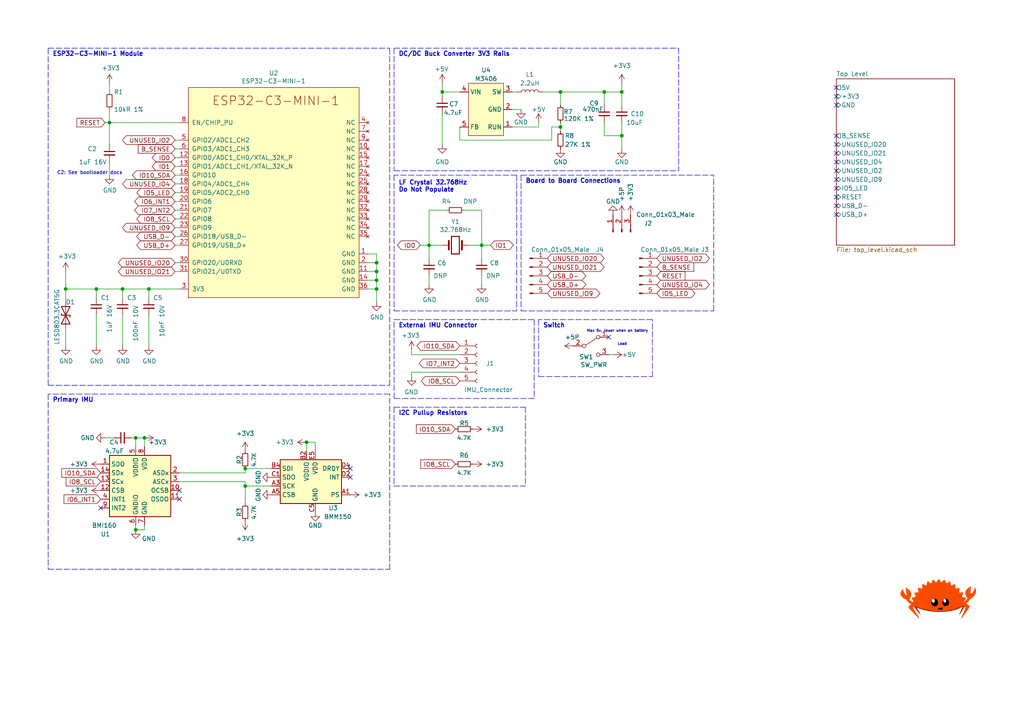
<source format=kicad_sch>
(kicad_sch (version 20211123) (generator eeschema)
  (paper "A4")
  (title_block (title "18650_Slime") (date "2022-12-07") (rev "V0.1.3") (company "gitlab.com/wigwagwent/18650_slime") (comment 1 "Licensed under CERN-OHL-P v2 or later") (comment 2 "For use with SlimeVR and made with <3"))
  (lib_symbols
    (symbol "Connector:Conn_01x03_Male" (pin_names (offset 1.016) hide)
      (property "Reference" "J" (at 0 5.08 0))
      (property "Value" "Conn_01x03_Male" (at 0 -5.08 0))
      (symbol "Conn_01x03_Male_1_1"
        (polyline (pts (xy 1.27 -2.54) (xy 0.8636 -2.54)) (stroke (width 0.1524)))
        (polyline (pts (xy 1.27 0) (xy 0.8636 0)) (stroke (width 0.1524)))
        (polyline (pts (xy 1.27 2.54) (xy 0.8636 2.54)) (stroke (width 0.1524)))
        (rectangle (start 0.8636 -2.413) (end 0 -2.667) (stroke (width 0.1524)) (fill (type outline)))
        (rectangle (start 0.8636 0.127) (end 0 -0.127) (stroke (width 0.1524)) (fill (type outline)))
        (rectangle (start 0.8636 2.667) (end 0 2.413) (stroke (width 0.1524)) (fill (type outline)))
        (pin passive line (at 5.08 2.54 180) (length 3.81) (name "Pin_1") (number "1"))
        (pin passive line (at 5.08 0 180) (length 3.81) (name "Pin_2") (number "2"))
        (pin passive line (at 5.08 -2.54 180) (length 3.81) (name "Pin_3") (number "3"))
      )
    )
    (symbol "Connector:Conn_01x05_Female" (pin_names (offset 1.016) hide)
      (property "Reference" "J" (at 0 7.62 0))
      (property "Value" "Conn_01x05_Female" (at 0 -7.62 0))
      (symbol "Conn_01x05_Female_1_1"
        (arc (start 0 -4.572) (mid -0.508 -5.08) (end 0 -5.588) (stroke (width 0.1524)))
        (arc (start 0 -2.032) (mid -0.508 -2.54) (end 0 -3.048) (stroke (width 0.1524)))
        (polyline (pts (xy -1.27 -5.08) (xy -0.508 -5.08)) (stroke (width 0.1524)))
        (polyline (pts (xy -1.27 -2.54) (xy -0.508 -2.54)) (stroke (width 0.1524)))
        (polyline (pts (xy -1.27 0) (xy -0.508 0)) (stroke (width 0.1524)))
        (polyline (pts (xy -1.27 2.54) (xy -0.508 2.54)) (stroke (width 0.1524)))
        (polyline (pts (xy -1.27 5.08) (xy -0.508 5.08)) (stroke (width 0.1524)))
        (arc (start 0 0.508) (mid -0.508 0) (end 0 -0.508) (stroke (width 0.1524)))
        (arc (start 0 3.048) (mid -0.508 2.54) (end 0 2.032) (stroke (width 0.1524)))
        (arc (start 0 5.588) (mid -0.508 5.08) (end 0 4.572) (stroke (width 0.1524)))
        (pin passive line (at -5.08 5.08 0) (length 3.81) (name "Pin_1") (number "1"))
        (pin passive line (at -5.08 2.54 0) (length 3.81) (name "Pin_2") (number "2"))
        (pin passive line (at -5.08 0 0) (length 3.81) (name "Pin_3") (number "3"))
        (pin passive line (at -5.08 -2.54 0) (length 3.81) (name "Pin_4") (number "4"))
        (pin passive line (at -5.08 -5.08 0) (length 3.81) (name "Pin_5") (number "5"))
      )
    )
    (symbol "Connector:Conn_01x05_Male" (pin_names (offset 1.016) hide)
      (property "Reference" "J" (at 0 7.62 0))
      (property "Value" "Conn_01x05_Male" (at 0 -7.62 0))
      (symbol "Conn_01x05_Male_1_1"
        (polyline (pts (xy 1.27 -5.08) (xy 0.8636 -5.08)) (stroke (width 0.1524)))
        (polyline (pts (xy 1.27 -2.54) (xy 0.8636 -2.54)) (stroke (width 0.1524)))
        (polyline (pts (xy 1.27 0) (xy 0.8636 0)) (stroke (width 0.1524)))
        (polyline (pts (xy 1.27 2.54) (xy 0.8636 2.54)) (stroke (width 0.1524)))
        (polyline (pts (xy 1.27 5.08) (xy 0.8636 5.08)) (stroke (width 0.1524)))
        (rectangle (start 0.8636 -4.953) (end 0 -5.207) (stroke (width 0.1524)) (fill (type outline)))
        (rectangle (start 0.8636 -2.413) (end 0 -2.667) (stroke (width 0.1524)) (fill (type outline)))
        (rectangle (start 0.8636 0.127) (end 0 -0.127) (stroke (width 0.1524)) (fill (type outline)))
        (rectangle (start 0.8636 2.667) (end 0 2.413) (stroke (width 0.1524)) (fill (type outline)))
        (rectangle (start 0.8636 5.207) (end 0 4.953) (stroke (width 0.1524)) (fill (type outline)))
        (pin passive line (at 5.08 5.08 180) (length 3.81) (name "Pin_1") (number "1"))
        (pin passive line (at 5.08 2.54 180) (length 3.81) (name "Pin_2") (number "2"))
        (pin passive line (at 5.08 0 180) (length 3.81) (name "Pin_3") (number "3"))
        (pin passive line (at 5.08 -2.54 180) (length 3.81) (name "Pin_4") (number "4"))
        (pin passive line (at 5.08 -5.08 180) (length 3.81) (name "Pin_5") (number "5"))
      )
    )
    (symbol "Device:C_Small" (pin_numbers hide) (pin_names (offset 0.254) hide)
      (property "Reference" "C" (at 0.254 1.778 0))
      (property "Value" "C_Small" (at 0.254 -2.032 0))
      (symbol "C_Small_0_1"
        (polyline (pts (xy -1.524 -0.508) (xy 1.524 -0.508)) (stroke (width 0.3302)))
        (polyline (pts (xy -1.524 0.508) (xy 1.524 0.508)) (stroke (width 0.3048)))
      )
      (symbol "C_Small_1_1"
        (pin passive line (at 0 2.54 270) (length 2.032) (name "~") (number "1"))
        (pin passive line (at 0 -2.54 90) (length 2.032) (name "~") (number "2"))
      )
    )
    (symbol "Device:Crystal" (pin_numbers hide) (pin_names (offset 1.016) hide)
      (property "Reference" "Y" (at 0 3.81 0))
      (property "Value" "Crystal" (at 0 -3.81 0))
      (symbol "Crystal_0_1"
        (rectangle (start -1.143 2.54) (end 1.143 -2.54) (stroke (width 0.3048)))
        (polyline (pts (xy -2.54 0) (xy -1.905 0)))
        (polyline (pts (xy -1.905 -1.27) (xy -1.905 1.27)) (stroke (width 0.508)))
        (polyline (pts (xy 1.905 -1.27) (xy 1.905 1.27)) (stroke (width 0.508)))
        (polyline (pts (xy 2.54 0) (xy 1.905 0)))
      )
      (symbol "Crystal_1_1"
        (pin passive line (at -3.81 0 0) (length 1.27) (name "1") (number "1"))
        (pin passive line (at 3.81 0 180) (length 1.27) (name "2") (number "2"))
      )
    )
    (symbol "Device:D_TVS" (pin_numbers hide) (pin_names (offset 1.016) hide)
      (property "Reference" "D" (at 0 2.54 0))
      (property "Value" "D_TVS" (at 0 -2.54 0))
      (symbol "D_TVS_0_1"
        (polyline (pts (xy 1.27 0) (xy -1.27 0)))
        (polyline (pts (xy 0.508 1.27) (xy 0 1.27) (xy 0 -1.27) (xy -0.508 -1.27)) (stroke (width 0.254)))
        (polyline (pts (xy -2.54 1.27) (xy -2.54 -1.27) (xy 2.54 1.27) (xy 2.54 -1.27) (xy -2.54 1.27)) (stroke (width 0.254)))
      )
      (symbol "D_TVS_1_1"
        (pin passive line (at -3.81 0 0) (length 2.54) (name "A1") (number "1"))
        (pin passive line (at 3.81 0 180) (length 2.54) (name "A2") (number "2"))
      )
    )
    (symbol "Device:L" (pin_numbers hide) (pin_names (offset 1.016) hide)
      (property "Reference" "L" (at -1.27 0 90))
      (property "Value" "L" (at 1.905 0 90))
      (symbol "L_0_1"
        (arc (start 0 -2.54) (mid 0.635 -1.905) (end 0 -1.27))
        (arc (start 0 -1.27) (mid 0.635 -0.635) (end 0 0))
        (arc (start 0 0) (mid 0.635 0.635) (end 0 1.27))
        (arc (start 0 1.27) (mid 0.635 1.905) (end 0 2.54))
      )
      (symbol "L_1_1"
        (pin passive line (at 0 3.81 270) (length 1.27) (name "1") (number "1"))
        (pin passive line (at 0 -3.81 90) (length 1.27) (name "2") (number "2"))
      )
    )
    (symbol "Device:R_Small" (pin_numbers hide) (pin_names (offset 0.254) hide)
      (property "Reference" "R" (at 0.762 0.508 0))
      (property "Value" "R_Small" (at 0.762 -1.016 0))
      (symbol "R_Small_0_1"
        (rectangle (start -0.762 1.778) (end 0.762 -1.778) (stroke (width 0.2032)))
      )
      (symbol "R_Small_1_1"
        (pin passive line (at 0 2.54 270) (length 0.762) (name "~") (number "1"))
        (pin passive line (at 0 -2.54 90) (length 0.762) (name "~") (number "2"))
      )
    )
    (symbol "Espressif:ESP32-C3-MINI-1" (pin_names (offset 1.016))
      (property "Reference" "U" (at 0 33.02 0))
      (property "Value" "ESP32-C3-MINI-1" (at 0 -30.48 0))
      (symbol "ESP32-C3-MINI-1_0_0"
        (text "ESP32-C3-MINI-1" (at 1.27 27.94 0) (effects (font (size 2.54 2.54))))
      )
      (symbol "ESP32-C3-MINI-1_0_1"
        (rectangle (start -24.13 31.75) (end 25.4 -29.21) (fill (type background)))
      )
      (symbol "ESP32-C3-MINI-1_1_1"
        (pin power_in line (at 27.94 -16.51 180) (length 2.54) (name "GND") (number "1"))
        (pin no_connect line (at 27.94 13.97 180) (length 2.54) (name "NC") (number "10"))
        (pin power_in line (at 27.94 -21.59 180) (length 2.54) (name "GND") (number "11"))
        (pin bidirectional line (at -26.67 11.43 0) (length 2.54) (name "GPIO0/ADC1_CH0/XTAL_32K_P") (number "12"))
        (pin bidirectional line (at -26.67 8.89 0) (length 2.54) (name "GPIO1/ADC1_CH1/XTAL_32K_N") (number "13"))
        (pin power_in line (at 27.94 -24.13 180) (length 2.54) (name "GND") (number "14"))
        (pin no_connect line (at 27.94 11.43 180) (length 2.54) (name "NC") (number "15"))
        (pin bidirectional line (at -26.67 6.35 0) (length 2.54) (name "GPIO10") (number "16"))
        (pin no_connect line (at 27.94 8.89 180) (length 2.54) (name "NC") (number "17"))
        (pin bidirectional line (at -26.67 3.81 0) (length 2.54) (name "GPIO4/ADC1_CH4") (number "18"))
        (pin bidirectional line (at -26.67 1.27 0) (length 2.54) (name "GPIO5/ADC2_CH0") (number "19"))
        (pin power_in line (at 27.94 -19.05 180) (length 2.54) (name "GND") (number "2"))
        (pin bidirectional line (at -26.67 -1.27 0) (length 2.54) (name "GPIO6") (number "20"))
        (pin bidirectional line (at -26.67 -3.81 0) (length 2.54) (name "GPIO7") (number "21"))
        (pin bidirectional line (at -26.67 -6.35 0) (length 2.54) (name "GPIO8") (number "22"))
        (pin bidirectional line (at -26.67 -8.89 0) (length 2.54) (name "GPIO9") (number "23"))
        (pin no_connect line (at 27.94 6.35 180) (length 2.54) (name "NC") (number "24"))
        (pin no_connect line (at 27.94 3.81 180) (length 2.54) (name "NC") (number "25"))
        (pin bidirectional line (at -26.67 -11.43 0) (length 2.54) (name "GPIO18/USB_D-") (number "26"))
        (pin bidirectional line (at -26.67 -13.97 0) (length 2.54) (name "GPIO19/USB_D+") (number "27"))
        (pin no_connect line (at 27.94 1.27 180) (length 2.54) (name "NC") (number "28"))
        (pin no_connect line (at 27.94 -1.27 180) (length 2.54) (name "NC") (number "29"))
        (pin power_in line (at -26.67 -26.67 0) (length 2.54) (name "3V3") (number "3"))
        (pin bidirectional line (at -26.67 -19.05 0) (length 2.54) (name "GPIO20/U0RXD") (number "30"))
        (pin bidirectional line (at -26.67 -21.59 0) (length 2.54) (name "GPIO21/U0TXD") (number "31"))
        (pin no_connect line (at 27.94 -3.81 180) (length 2.54) (name "NC") (number "32"))
        (pin no_connect line (at 27.94 -6.35 180) (length 2.54) (name "NC") (number "33"))
        (pin no_connect line (at 27.94 -8.89 180) (length 2.54) (name "NC") (number "34"))
        (pin no_connect line (at 27.94 -11.43 180) (length 2.54) (name "NC") (number "35"))
        (pin power_in line (at 27.94 -26.67 180) (length 2.54) (name "GND") (number "36"))
        (pin no_connect line (at 27.94 21.59 180) (length 2.54) (name "NC") (number "4"))
        (pin bidirectional line (at -26.67 16.51 0) (length 2.54) (name "GPIO2/ADC1_CH2") (number "5"))
        (pin bidirectional line (at -26.67 13.97 0) (length 2.54) (name "GPIO3/ADC1_CH3") (number "6"))
        (pin no_connect line (at 27.94 19.05 180) (length 2.54) (name "NC") (number "7"))
        (pin input line (at -26.67 21.59 0) (length 2.54) (name "EN/CHIP_PU") (number "8"))
        (pin no_connect line (at 27.94 16.51 180) (length 2.54) (name "NC") (number "9"))
      )
    )
    (symbol "Sensor_Magnetic:BMM150"
      (property "Reference" "U" (at -10.16 6.35 0))
      (property "Value" "BMM150" (at 7.62 6.35 0))
      (symbol "BMM150_0_1"
        (rectangle (start -10.16 5.08) (end 7.62 -7.62) (stroke (width 0.254)) (fill (type background)))
      )
      (symbol "BMM150_1_1"
        (pin input line (at 10.16 -5.08 180) (length 2.54) (name "PS") (number "A1"))
        (pin bidirectional line (at -12.7 -2.54 0) (length 2.54) (name "SCK") (number "A3"))
        (pin input line (at -12.7 -5.08 0) (length 2.54) (name "CSB") (number "A5"))
        (pin power_in line (at -2.54 7.62 270) (length 2.54) (name "VDDIO") (number "B2"))
        (pin bidirectional line (at -12.7 2.54 0) (length 2.54) (name "SDI") (number "B4"))
        (pin bidirectional line (at -12.7 0 0) (length 2.54) (name "SDO") (number "C1"))
        (pin power_in line (at 0 -10.16 90) (length 2.54) (name "GND") (number "C5"))
        (pin output line (at 10.16 0 180) (length 2.54) (name "INT") (number "D2"))
        (pin output line (at 10.16 2.54 180) (length 2.54) (name "DRDY") (number "D4"))
        (pin passive line (at 0 -10.16 90) (length 2.54) hide (name "GND") (number "E1"))
        (pin passive line (at 0 -10.16 90) (length 2.54) hide (name "GND") (number "E3"))
        (pin power_in line (at 0 7.62 270) (length 2.54) (name "VDD") (number "E5"))
      )
    )
    (symbol "Sensor_Motion:BMI160"
      (property "Reference" "U" (at -10.16 8.89 0))
      (property "Value" "BMI160" (at 7.62 8.89 0))
      (symbol "BMI160_1_1"
        (rectangle (start -10.16 7.62) (end 7.62 -10.16) (stroke (width 0.254)) (fill (type background)))
        (pin bidirectional line (at -12.7 5.08 0) (length 2.54) (name "SDO") (number "1"))
        (pin bidirectional line (at 10.16 -2.54 180) (length 2.54) (name "OCSB") (number "10"))
        (pin bidirectional line (at 10.16 -5.08 180) (length 2.54) (name "OSDO") (number "11"))
        (pin input line (at -12.7 -2.54 0) (length 2.54) (name "CSB") (number "12"))
        (pin input line (at -12.7 0 0) (length 2.54) (name "SCx") (number "13"))
        (pin bidirectional line (at -12.7 2.54 0) (length 2.54) (name "SDx") (number "14"))
        (pin bidirectional line (at 10.16 2.54 180) (length 2.54) (name "ASDx") (number "2"))
        (pin output line (at 10.16 0 180) (length 2.54) (name "ASCx") (number "3"))
        (pin bidirectional line (at -12.7 -5.08 0) (length 2.54) (name "INT1") (number "4"))
        (pin power_in line (at -2.54 10.16 270) (length 2.54) (name "VDDIO") (number "5"))
        (pin power_in line (at -2.54 -12.7 90) (length 2.54) (name "GNDIO") (number "6"))
        (pin power_in line (at 0 -12.7 90) (length 2.54) (name "GND") (number "7"))
        (pin power_in line (at 0 10.16 270) (length 2.54) (name "VDD") (number "8"))
        (pin bidirectional line (at -12.7 -7.62 0) (length 2.54) (name "INT2") (number "9"))
      )
    )
    (symbol "Switch:SW_SPDT" (pin_names (offset 0) hide)
      (property "Reference" "SW" (at 0 4.318 0))
      (property "Value" "SW_SPDT" (at 0 -5.08 0))
      (symbol "SW_SPDT_0_0"
        (circle (center -2.032 0) (radius 0.508))
        (circle (center 2.032 -2.54) (radius 0.508))
      )
      (symbol "SW_SPDT_0_1"
        (polyline (pts (xy -1.524 0.254) (xy 1.651 2.286)))
        (circle (center 2.032 2.54) (radius 0.508))
      )
      (symbol "SW_SPDT_1_1"
        (pin passive line (at 5.08 2.54 180) (length 2.54) (name "A") (number "1"))
        (pin passive line (at -5.08 0 0) (length 2.54) (name "B") (number "2"))
        (pin passive line (at 5.08 -2.54 180) (length 2.54) (name "C") (number "3"))
      )
    )
    (symbol "power:+3.3V" (power) (pin_names (offset 0))
      (property "Value" "+3.3V" (at 0 3.556 0))
      (symbol "+3.3V_0_1"
        (polyline (pts (xy -0.762 1.27) (xy 0 2.54)))
        (polyline (pts (xy 0 0) (xy 0 2.54)))
        (polyline (pts (xy 0 2.54) (xy 0.762 1.27)))
      )
      (symbol "+3.3V_1_1"
        (pin power_in line (at 0 0 90) (length 0) hide (name "+3V3") (number "1"))
      )
    )
    (symbol "power:+3V3" (power) (pin_names (offset 0))
      (property "Value" "+3V3" (at 0 3.556 0))
      (symbol "+3V3_0_1"
        (polyline (pts (xy -0.762 1.27) (xy 0 2.54)))
        (polyline (pts (xy 0 0) (xy 0 2.54)))
        (polyline (pts (xy 0 2.54) (xy 0.762 1.27)))
      )
      (symbol "+3V3_1_1"
        (pin power_in line (at 0 0 90) (length 0) hide (name "+3V3") (number "1"))
      )
    )
    (symbol "power:+5P" (power) (pin_names (offset 0))
      (property "Value" "+5P" (at 0 3.556 0))
      (symbol "+5P_0_1"
        (polyline (pts (xy -0.762 1.27) (xy 0 2.54)))
        (polyline (pts (xy 0 0) (xy 0 2.54)))
        (polyline (pts (xy 0 2.54) (xy 0.762 1.27)))
      )
      (symbol "+5P_1_1"
        (pin power_in line (at 0 0 90) (length 0) hide (name "+5P") (number "1"))
      )
    )
    (symbol "power:+5V" (power) (pin_names (offset 0))
      (property "Value" "+5V" (at 0 3.556 0))
      (symbol "+5V_0_1"
        (polyline (pts (xy -0.762 1.27) (xy 0 2.54)))
        (polyline (pts (xy 0 0) (xy 0 2.54)))
        (polyline (pts (xy 0 2.54) (xy 0.762 1.27)))
      )
      (symbol "+5V_1_1"
        (pin power_in line (at 0 0 90) (length 0) hide (name "+5V") (number "1"))
      )
    )
    (symbol "power:GND" (power) (pin_names (offset 0))
      (property "Value" "GND" (at 0 -3.81 0))
      (symbol "GND_0_1"
        (polyline (pts (xy 0 0) (xy 0 -1.27) (xy 1.27 -1.27) (xy 0 -2.54) (xy -1.27 -1.27) (xy 0 -1.27)))
      )
      (symbol "GND_1_1"
        (pin power_in line (at 0 0 270) (length 0) hide (name "GND") (number "1"))
      )
    )
    (symbol "slimevr_pcb:M3406"
      (property "Reference" "U1" (at 0 11.43 0))
      (property "Value" "M3406" (at 0 8.89 0))
      (symbol "M3406_0_0"
        (pin input line (at -7.62 5.08 0) (length 2.54) (name "RUN") (number "1"))
        (pin power_in line (at -7.62 0 0) (length 2.54) (name "GND") (number "2"))
        (pin power_out line (at -7.62 -5.08 0) (length 2.54) (name "SW") (number "3"))
        (pin power_in line (at 7.62 -5.08 180) (length 2.54) (name "VIN") (number "4"))
        (pin input line (at 7.62 5.08 180) (length 2.54) (name "FB") (number "5"))
      )
      (symbol "M3406_0_1"
        (rectangle (start -5.08 7.62) (end 5.08 -7.62) (fill (type background)))
      )
    )
  )
  (junction (at 109.22 76.2))
  (junction (at 43.18 83.82))
  (junction (at 27.94 83.82))
  (junction (at 162.56 26.67))
  (junction (at 71.12 135.89))
  (junction (at 39.37 127))
  (junction (at 19.05 83.82))
  (junction (at 88.9 128.27))
  (junction (at 180.34 26.67))
  (junction (at 175.26 26.67))
  (junction (at 109.22 78.74))
  (junction (at 162.56 36.83))
  (junction (at 35.56 83.82))
  (junction (at 41.91 127))
  (junction (at 109.22 81.28))
  (junction (at 31.75 35.56))
  (junction (at 39.37 153.67))
  (junction (at 109.22 83.82))
  (junction (at 180.34 39.37))
  (junction (at 124.46 71.12))
  (junction (at 71.12 140.97))
  (junction (at 128.27 26.67))
  (junction (at 139.7 71.12))
  (no_connect (at 29.21 147.32))
  (no_connect (at 242.57 25.4))
  (no_connect (at 242.57 27.94))
  (no_connect (at 242.57 30.48))
  (no_connect (at 242.57 52.07))
  (no_connect (at 242.57 54.61))
  (no_connect (at 242.57 57.15))
  (no_connect (at 242.57 59.69))
  (no_connect (at 242.57 62.23))
  (no_connect (at 242.57 39.37))
  (no_connect (at 242.57 41.91))
  (no_connect (at 242.57 44.45))
  (no_connect (at 242.57 46.99))
  (no_connect (at 242.57 49.53))
  (no_connect (at 176.53 97.79))
  (no_connect (at 101.6 135.89))
  (no_connect (at 101.6 138.43))
  (no_connect (at 52.07 142.24))
  (no_connect (at 52.07 144.78))
  (wire (pts (xy 30.48 35.56) (xy 31.75 35.56)))
  (wire (pts (xy 50.8 45.72) (xy 52.07 45.72)))
  (polyline (pts (xy 13.97 13.97) (xy 113.03 13.97)))
  (wire (pts (xy 180.34 26.67) (xy 180.34 30.48)))
  (wire (pts (xy 160.02 40.64) (xy 133.35 40.64)))
  (wire (pts (xy 91.44 130.81) (xy 91.44 128.27)))
  (wire (pts (xy 88.9 128.27) (xy 91.44 128.27)))
  (wire (pts (xy 43.18 91.44) (xy 43.18 100.33)))
  (wire (pts (xy 162.56 26.67) (xy 175.26 26.67)))
  (polyline (pts (xy 156.21 109.22) (xy 189.23 109.22)))
  (polyline (pts (xy 113.03 165.1) (xy 113.03 114.3)))
  (polyline (pts (xy 13.97 111.76) (xy 113.03 111.76)))
  (wire (pts (xy 109.22 83.82) (xy 109.22 87.63)))
  (wire (pts (xy 41.91 129.54) (xy 41.91 127)))
  (wire (pts (xy 71.12 146.05) (xy 71.12 140.97)))
  (polyline (pts (xy 114.3 140.97) (xy 152.4 140.97)))
  (polyline (pts (xy 152.4 118.11) (xy 152.4 140.97)))
  (wire (pts (xy 124.46 71.12) (xy 124.46 74.93)))
  (wire (pts (xy 124.46 71.12) (xy 121.92 71.12)))
  (wire (pts (xy 109.22 76.2) (xy 109.22 78.74)))
  (polyline (pts (xy 207.01 90.17) (xy 207.01 50.8)))
  (wire (pts (xy 175.26 35.56) (xy 175.26 39.37)))
  (wire (pts (xy 31.75 46.99) (xy 31.75 50.8)))
  (wire (pts (xy 106.68 78.74) (xy 109.22 78.74)))
  (wire (pts (xy 124.46 80.01) (xy 124.46 82.55)))
  (wire (pts (xy 33.02 127) (xy 30.48 127)))
  (wire (pts (xy 106.68 83.82) (xy 109.22 83.82)))
  (wire (pts (xy 50.8 53.34) (xy 52.07 53.34)))
  (wire (pts (xy 39.37 153.67) (xy 41.91 153.67)))
  (wire (pts (xy 39.37 127) (xy 39.37 129.54)))
  (polyline (pts (xy 114.3 92.71) (xy 154.94 92.71)))
  (wire (pts (xy 162.56 35.56) (xy 162.56 36.83)))
  (polyline (pts (xy 114.3 49.53) (xy 196.85 49.53)))
  (wire (pts (xy 128.27 71.12) (xy 124.46 71.12)))
  (wire (pts (xy 175.26 26.67) (xy 175.26 30.48)))
  (wire (pts (xy 180.34 35.56) (xy 180.34 39.37)))
  (wire (pts (xy 128.27 26.67) (xy 128.27 27.94)))
  (polyline (pts (xy 114.3 118.11) (xy 152.4 118.11)))
  (wire (pts (xy 19.05 83.82) (xy 19.05 87.63)))
  (wire (pts (xy 50.8 71.12) (xy 52.07 71.12)))
  (wire (pts (xy 35.56 83.82) (xy 35.56 86.36)))
  (wire (pts (xy 162.56 36.83) (xy 160.02 36.83)))
  (wire (pts (xy 109.22 73.66) (xy 109.22 76.2)))
  (wire (pts (xy 88.9 130.81) (xy 88.9 128.27)))
  (wire (pts (xy 157.48 26.67) (xy 162.56 26.67)))
  (wire (pts (xy 124.46 60.96) (xy 124.46 71.12)))
  (wire (pts (xy 50.8 48.26) (xy 52.07 48.26)))
  (wire (pts (xy 175.26 39.37) (xy 180.34 39.37)))
  (wire (pts (xy 27.94 83.82) (xy 19.05 83.82)))
  (wire (pts (xy 119.38 107.95) (xy 119.38 109.22)))
  (wire (pts (xy 50.8 43.18) (xy 52.07 43.18)))
  (polyline (pts (xy 13.97 165.1) (xy 55.88 165.1)))
  (wire (pts (xy 148.59 31.75) (xy 151.13 31.75)))
  (wire (pts (xy 129.54 60.96) (xy 124.46 60.96)))
  (polyline (pts (xy 114.3 13.97) (xy 196.85 13.97)))
  (wire (pts (xy 128.27 24.13) (xy 128.27 26.67)))
  (polyline (pts (xy 54.61 165.1) (xy 113.03 165.1)))
  (wire (pts (xy 50.8 66.04) (xy 52.07 66.04)))
  (wire (pts (xy 52.07 137.16) (xy 71.12 137.16)))
  (wire (pts (xy 133.35 107.95) (xy 119.38 107.95)))
  (wire (pts (xy 156.21 36.83) (xy 148.59 36.83)))
  (polyline (pts (xy 13.97 111.76) (xy 13.97 13.97)))
  (wire (pts (xy 71.12 135.89) (xy 78.74 135.89)))
  (polyline (pts (xy 114.3 115.57) (xy 114.3 92.71)))
  (polyline (pts (xy 151.13 50.8) (xy 207.01 50.8)))
  (wire (pts (xy 71.12 140.97) (xy 78.74 140.97)))
  (polyline (pts (xy 189.23 109.22) (xy 189.23 92.71)))
  (wire (pts (xy 43.18 86.36) (xy 43.18 83.82)))
  (wire (pts (xy 119.38 101.6) (xy 119.38 102.87)))
  (wire (pts (xy 109.22 78.74) (xy 109.22 81.28)))
  (wire (pts (xy 133.35 36.83) (xy 133.35 40.64)))
  (wire (pts (xy 128.27 26.67) (xy 133.35 26.67)))
  (polyline (pts (xy 113.03 114.3) (xy 13.97 114.3)))
  (wire (pts (xy 43.18 83.82) (xy 35.56 83.82)))
  (polyline (pts (xy 114.3 13.97) (xy 114.3 49.53)))
  (wire (pts (xy 52.07 139.7) (xy 71.12 139.7)))
  (wire (pts (xy 50.8 63.5) (xy 52.07 63.5)))
  (wire (pts (xy 160.02 36.83) (xy 160.02 40.64)))
  (wire (pts (xy 180.34 24.13) (xy 180.34 26.67)))
  (wire (pts (xy 176.53 102.87) (xy 177.8 102.87)))
  (wire (pts (xy 31.75 35.56) (xy 52.07 35.56)))
  (polyline (pts (xy 151.13 90.17) (xy 207.01 90.17)))
  (wire (pts (xy 156.21 35.56) (xy 156.21 36.83)))
  (polyline (pts (xy 189.23 92.71) (xy 156.21 92.71)))
  (polyline (pts (xy 196.85 13.97) (xy 196.85 49.53)))
  (wire (pts (xy 139.7 71.12) (xy 139.7 74.93)))
  (wire (pts (xy 128.27 33.02) (xy 128.27 41.91)))
  (wire (pts (xy 31.75 24.13) (xy 31.75 26.67)))
  (polyline (pts (xy 151.13 50.8) (xy 151.13 90.17)))
  (polyline (pts (xy 113.03 111.76) (xy 113.03 13.97)))
  (wire (pts (xy 106.68 81.28) (xy 109.22 81.28)))
  (polyline (pts (xy 149.86 50.8) (xy 149.86 90.17)))
  (wire (pts (xy 38.1 127) (xy 39.37 127)))
  (wire (pts (xy 134.62 60.96) (xy 139.7 60.96)))
  (wire (pts (xy 50.8 50.8) (xy 52.07 50.8)))
  (wire (pts (xy 180.34 43.18) (xy 180.34 39.37)))
  (wire (pts (xy 39.37 152.4) (xy 39.37 153.67)))
  (wire (pts (xy 175.26 26.67) (xy 180.34 26.67)))
  (wire (pts (xy 31.75 35.56) (xy 31.75 41.91)))
  (polyline (pts (xy 149.86 50.8) (xy 114.3 50.8)))
  (wire (pts (xy 135.89 71.12) (xy 139.7 71.12)))
  (wire (pts (xy 149.86 26.67) (xy 148.59 26.67)))
  (polyline (pts (xy 13.97 114.3) (xy 13.97 165.1)))
  (polyline (pts (xy 154.94 115.57) (xy 114.3 115.57)))
  (wire (pts (xy 50.8 40.64) (xy 52.07 40.64)))
  (polyline (pts (xy 154.94 92.71) (xy 154.94 115.57)))
  (polyline (pts (xy 114.3 118.11) (xy 114.3 140.97)))
  (wire (pts (xy 119.38 102.87) (xy 133.35 102.87)))
  (polyline (pts (xy 114.3 90.17) (xy 149.86 90.17)))
  (wire (pts (xy 162.56 26.67) (xy 162.56 30.48)))
  (wire (pts (xy 106.68 76.2) (xy 109.22 76.2)))
  (wire (pts (xy 50.8 78.74) (xy 52.07 78.74)))
  (wire (pts (xy 50.8 68.58) (xy 52.07 68.58)))
  (wire (pts (xy 50.8 76.2) (xy 52.07 76.2)))
  (wire (pts (xy 43.18 83.82) (xy 52.07 83.82)))
  (wire (pts (xy 41.91 152.4) (xy 41.91 153.67)))
  (wire (pts (xy 50.8 60.96) (xy 52.07 60.96)))
  (polyline (pts (xy 156.21 92.71) (xy 156.21 109.22)))
  (polyline (pts (xy 114.3 50.8) (xy 114.3 90.17)))
  (wire (pts (xy 27.94 83.82) (xy 35.56 83.82)))
  (wire (pts (xy 139.7 60.96) (xy 139.7 71.12)))
  (wire (pts (xy 19.05 95.25) (xy 19.05 100.33)))
  (wire (pts (xy 39.37 127) (xy 41.91 127)))
  (wire (pts (xy 139.7 80.01) (xy 139.7 82.55)))
  (wire (pts (xy 71.12 137.16) (xy 71.12 135.89)))
  (wire (pts (xy 19.05 78.74) (xy 19.05 83.82)))
  (wire (pts (xy 109.22 81.28) (xy 109.22 83.82)))
  (wire (pts (xy 71.12 139.7) (xy 71.12 140.97)))
  (wire (pts (xy 139.7 71.12) (xy 142.24 71.12)))
  (wire (pts (xy 31.75 35.56) (xy 31.75 31.75)))
  (wire (pts (xy 27.94 100.33) (xy 27.94 91.44)))
  (wire (pts (xy 27.94 86.36) (xy 27.94 83.82)))
  (wire (pts (xy 50.8 55.88) (xy 52.07 55.88)))
  (wire (pts (xy 106.68 73.66) (xy 109.22 73.66)))
  (wire (pts (xy 50.8 58.42) (xy 52.07 58.42)))
  (wire (pts (xy 162.56 36.83) (xy 162.56 38.1)))
  (wire (pts (xy 35.56 91.44) (xy 35.56 100.33)))
  (image (at 272.1595 173.7895) (scale 0.221118))
  (text "I2C Pullup Resistors" (at 115.57 120.65 0) (effects (font (size 1.27 1.27) (thickness 0.254) bold) (justify left bottom)))
  (text "Max 5v, lower when on battery" (at 170.18 96.52 0) (effects (font (size 0.75 0.75)) (justify left bottom)))
  (text "LF Crystal 32.768Hz \nDo Not Populate" (at 115.57 55.88 0) (effects (font (size 1.27 1.27) (thickness 0.254) bold) (justify left bottom)))
  (text "External IMU Connector" (at 115.57 95.25 0) (effects (font (size 1.27 1.27) (thickness 0.254) bold) (justify left bottom)))
  (text "DC/DC Buck Converter 3V3 Rails" (at 115.57 16.51 0) (effects (font (size 1.27 1.27) (thickness 0.254) bold) (justify left bottom)))
  (text "Switch" (at 157.48 95.25 0) (effects (font (size 1.27 1.27) (thickness 0.254) bold) (justify left bottom)))
  (text "Board to Board Connections" (at 152.4 53.34 0) (effects (font (size 1.27 1.27) (thickness 0.254) bold) (justify left bottom)))
  (text "Load" (at 179.07 100.33 0) (effects (font (size 0.75 0.75)) (justify left bottom)))
  (text "Primary IMU" (at 15.24 116.84 0) (effects (font (size 1.27 1.27) (thickness 0.254) bold) (justify left bottom)))
  (text "ESP32-C3-MINI-1 Module" (at 15.24 16.51 0) (effects (font (size 1.27 1.27) (thickness 0.254) bold) (justify left bottom)))
  (text "C2: See bootloader docs" (at 35.56 50.8 180) (effects (font (size 1 1)) (justify right bottom)))
  (global_label "IO7_INT2" (shape bidirectional) (at 133.35 105.41 180) (property "Intersheet References" "${INTERSHEET_REFS}" (effects hide)))
  (global_label "B_SENSE" (shape input) (at 50.8 43.18 180) (property "Intersheet References" "${INTERSHEET_REFS}" (effects hide)))
  (global_label "IO8_SCL" (shape bidirectional) (at 50.8 63.5 180) (property "Intersheet References" "${INTERSHEET_REFS}" (effects hide)))
  (global_label "USB_D-" (shape bidirectional) (at 50.8 68.58 180) (property "Intersheet References" "${INTERSHEET_REFS}" (effects hide)))
  (global_label "UNUSED_IO21" (shape bidirectional) (at 50.8 78.74 180) (property "Intersheet References" "${INTERSHEET_REFS}" (effects hide)))
  (global_label "IO5_LED" (shape bidirectional) (at 50.8 55.88 180) (property "Intersheet References" "${INTERSHEET_REFS}" (effects hide)))
  (global_label "UNUSED_IO9" (shape bidirectional) (at 158.75 85.09 0) (property "Intersheet References" "${INTERSHEET_REFS}" (effects hide)))
  (global_label "IO10_SDA" (shape bidirectional) (at 133.35 100.33 180) (property "Intersheet References" "${INTERSHEET_REFS}" (effects hide)))
  (global_label "IO6_INT1" (shape input) (at 29.21 144.78 180) (property "Intersheet References" "${INTERSHEET_REFS}" (effects hide)))
  (global_label "USB_D-" (shape bidirectional) (at 158.75 80.01 0) (property "Intersheet References" "${INTERSHEET_REFS}" (effects hide)))
  (global_label "UNUSED_IO20" (shape bidirectional) (at 158.75 74.93 0) (property "Intersheet References" "${INTERSHEET_REFS}" (effects hide)))
  (global_label "IO0" (shape bidirectional) (at 121.92 71.12 180) (property "Intersheet References" "${INTERSHEET_REFS}" (effects hide)))
  (global_label "UNUSED_IO4" (shape bidirectional) (at 190.5 82.55 0) (property "Intersheet References" "${INTERSHEET_REFS}" (effects hide)))
  (global_label "IO8_SCL" (shape input) (at 29.21 139.7 180) (property "Intersheet References" "${INTERSHEET_REFS}" (effects hide)))
  (global_label "IO7_INT2" (shape bidirectional) (at 50.8 60.96 180) (property "Intersheet References" "${INTERSHEET_REFS}" (effects hide)))
  (global_label "UNUSED_IO9" (shape bidirectional) (at 50.8 66.04 180) (property "Intersheet References" "${INTERSHEET_REFS}" (effects hide)))
  (global_label "UNUSED_IO20" (shape bidirectional) (at 50.8 76.2 180) (property "Intersheet References" "${INTERSHEET_REFS}" (effects hide)))
  (global_label "IO6_INT1" (shape bidirectional) (at 50.8 58.42 180) (property "Intersheet References" "${INTERSHEET_REFS}" (effects hide)))
  (global_label "UNUSED_IO21" (shape bidirectional) (at 158.75 77.47 0) (property "Intersheet References" "${INTERSHEET_REFS}" (effects hide)))
  (global_label "USB_D+" (shape bidirectional) (at 50.8 71.12 180) (property "Intersheet References" "${INTERSHEET_REFS}" (effects hide)))
  (global_label "IO8_SCL" (shape input) (at 132.08 134.62 180) (property "Intersheet References" "${INTERSHEET_REFS}" (effects hide)))
  (global_label "IO1" (shape bidirectional) (at 142.24 71.12 0) (property "Intersheet References" "${INTERSHEET_REFS}" (effects hide)))
  (global_label "IO5_LED" (shape bidirectional) (at 190.5 85.09 0) (property "Intersheet References" "${INTERSHEET_REFS}" (effects hide)))
  (global_label "IO0" (shape bidirectional) (at 50.8 45.72 180) (property "Intersheet References" "${INTERSHEET_REFS}" (effects hide)))
  (global_label "IO10_SDA" (shape input) (at 29.21 137.16 180) (property "Intersheet References" "${INTERSHEET_REFS}" (effects hide)))
  (global_label "RESET" (shape input) (at 30.48 35.56 180) (property "Intersheet References" "${INTERSHEET_REFS}" (effects hide)))
  (global_label "IO10_SDA" (shape bidirectional) (at 50.8 50.8 180) (property "Intersheet References" "${INTERSHEET_REFS}" (effects hide)))
  (global_label "UNUSED_IO2" (shape bidirectional) (at 50.8 40.64 180) (property "Intersheet References" "${INTERSHEET_REFS}" (effects hide)))
  (global_label "UNUSED_IO2" (shape bidirectional) (at 190.5 74.93 0) (property "Intersheet References" "${INTERSHEET_REFS}" (effects hide)))
  (global_label "IO8_SCL" (shape bidirectional) (at 133.35 110.49 180) (property "Intersheet References" "${INTERSHEET_REFS}" (effects hide)))
  (global_label "B_SENSE" (shape input) (at 190.5 77.47 0) (property "Intersheet References" "${INTERSHEET_REFS}" (effects hide)))
  (global_label "IO10_SDA" (shape input) (at 132.08 124.46 180) (property "Intersheet References" "${INTERSHEET_REFS}" (effects hide)))
  (global_label "USB_D+" (shape bidirectional) (at 158.75 82.55 0) (property "Intersheet References" "${INTERSHEET_REFS}" (effects hide)))
  (global_label "IO1" (shape bidirectional) (at 50.8 48.26 180) (property "Intersheet References" "${INTERSHEET_REFS}" (effects hide)))
  (global_label "RESET" (shape input) (at 190.5 80.01 0) (property "Intersheet References" "${INTERSHEET_REFS}" (effects hide)))
  (global_label "UNUSED_IO4" (shape bidirectional) (at 50.8 53.34 180) (property "Intersheet References" "${INTERSHEET_REFS}" (effects hide)))
  (symbol (lib_id "Espressif:ESP32-C3-MINI-1") (at 78.74 57.15 0) (unit 1)
    (property "Reference" "U2" (at 79.375 21.209 0))
    (property "Value" "ESP32-C3-MINI-1" (at 79.375 23.5204 0))
    (property "Footprint" "Espressif:ESP32-C3-MINI-1" (effects hide))
    (property "Datasheet" "https://www.espressif.com/sites/default/files/documentation/esp32-c3-mini-1_datasheet_en.pdf" (effects hide))
  )
  (symbol (lib_id "Device:C_Small") (at 43.18 88.9 0) (unit 1)
    (property "Reference" "C5" (at 44.45 86.36 0) (effects (justify left)))
    (property "Value" "10nF 10V" (at 46.99 97.79 90) (effects (justify left)))
    (property "Footprint" "Capacitor_SMD:C_0603_1608Metric" (effects hide))
  )
  (symbol (lib_id "Device:C_Small") (at 35.56 88.9 0) (unit 1)
    (property "Reference" "C3" (at 36.83 86.36 0) (effects (justify left)))
    (property "Value" "100nF 10V" (at 39.37 99.06 90) (effects (justify left)))
    (property "Footprint" "Capacitor_SMD:C_0603_1608Metric" (effects hide))
  )
  (symbol (lib_id "power:GND") (at 35.56 100.33 0) (unit 1)
    (property "Reference" "#PWR09" (effects hide))
    (property "Value" "GND" (at 35.687 104.7242 0))
  )
  (symbol (lib_id "power:GND") (at 43.18 100.33 0) (unit 1)
    (property "Reference" "#PWR012" (effects hide))
    (property "Value" "GND" (at 43.307 104.7242 0))
  )
  (symbol (lib_id "power:+3V3") (at 19.05 78.74 0) (unit 1)
    (property "Reference" "#PWR01" (effects hide))
    (property "Value" "+3V3" (at 19.431 74.3458 0))
  )
  (symbol (lib_id "power:GND") (at 109.22 87.63 0) (unit 1)
    (property "Reference" "#PWR020" (effects hide))
    (property "Value" "GND" (at 109.347 92.0242 0))
  )
  (symbol (lib_id "Device:R_Small") (at 31.75 29.21 0) (unit 1)
    (property "Reference" "R1" (at 33.02 26.67 0) (effects (justify left)))
    (property "Value" "10kR 1%" (at 33.02 31.75 0) (effects (justify left)))
    (property "Footprint" "Resistor_SMD:R_0603_1608Metric" (effects hide))
  )
  (symbol (lib_id "power:+3V3") (at 31.75 24.13 0) (unit 1)
    (property "Reference" "#PWR07" (effects hide))
    (property "Value" "+3V3" (at 32.131 19.7358 0))
  )
  (symbol (lib_id "Device:C_Small") (at 31.75 44.45 0) (unit 1)
    (property "Reference" "C2" (at 25.4 43.18 0) (effects (justify left)))
    (property "Value" "1uF 16V" (at 22.86 46.99 0) (effects (justify left)))
    (property "Footprint" "Capacitor_SMD:C_0603_1608Metric" (effects hide))
  )
  (symbol (lib_id "power:GND") (at 31.75 50.8 0) (unit 1)
    (property "Reference" "#PWR08" (effects hide))
    (property "Value" "GND" (at 31.877 55.1942 0))
  )
  (symbol (lib_id "Device:C_Small") (at 27.94 88.9 0) (unit 1)
    (property "Reference" "C1" (at 29.21 86.36 0) (effects (justify left)))
    (property "Value" "1uF 16V" (at 31.75 96.52 90) (effects (justify left)))
    (property "Footprint" "Capacitor_SMD:C_0603_1608Metric" (effects hide))
  )
  (symbol (lib_id "power:GND") (at 27.94 100.33 0) (unit 1)
    (property "Reference" "#PWR03" (effects hide))
    (property "Value" "GND" (at 28.067 104.7242 0))
  )
  (symbol (lib_id "Device:Crystal") (at 132.08 71.12 0) (unit 1) (in_bom no)
    (property "Reference" "Y1" (at 132.08 64.3128 0))
    (property "Value" "32.768Hz" (at 132.08 66.6242 0))
    (property "Footprint" "Crystal:Crystal_SMD_3215-2Pin_3.2x1.5mm" (effects hide))
  )
  (symbol (lib_id "Device:C_Small") (at 124.46 77.47 0) (unit 1) (in_bom no)
    (property "Reference" "C6" (at 126.7968 76.3016 0) (effects (justify left)))
    (property "Value" "DNP" (at 125.73 80.01 0) (effects (justify left)))
    (property "Footprint" "Capacitor_SMD:C_0603_1608Metric" (effects hide))
  )
  (symbol (lib_id "Device:C_Small") (at 139.7 77.47 0) (unit 1) (in_bom no)
    (property "Reference" "C8" (at 142.0368 76.3016 0) (effects (justify left)))
    (property "Value" "DNP" (at 140.97 80.01 0) (effects (justify left)))
    (property "Footprint" "Capacitor_SMD:C_0603_1608Metric" (effects hide))
  )
  (symbol (lib_id "Device:R_Small") (at 132.08 60.96 90) (unit 1)
    (property "Reference" "R4" (at 130.81 58.42 90) (effects (justify left)))
    (property "Value" "DNP" (at 138.43 58.42 90) (effects (justify left)))
    (property "Footprint" "Resistor_SMD:R_0603_1608Metric" (effects hide))
  )
  (symbol (lib_id "power:GND") (at 124.46 82.55 0) (unit 1)
    (property "Reference" "#PWR023" (effects hide))
    (property "Value" "GND" (at 124.587 86.9442 0))
  )
  (symbol (lib_id "power:GND") (at 139.7 82.55 0) (unit 1)
    (property "Reference" "#PWR028" (effects hide))
    (property "Value" "GND" (at 139.827 86.9442 0))
  )
  (symbol (lib_id "Device:D_TVS") (at 19.05 91.44 270) (unit 1)
    (property "Reference" "D1" (at 19.05 87.63 90) (effects (justify left)))
    (property "Value" "LESD8D3.3CAT5G" (at 16.51 83.82 0) (effects (justify left)))
    (property "Footprint" "18650_Slime:SOD882" (effects hide))
  )
  (symbol (lib_id "power:GND") (at 19.05 100.33 0) (unit 1)
    (property "Reference" "#PWR02" (effects hide))
    (property "Value" "GND" (at 19.177 104.7242 0))
  )
  (symbol (lib_id "power:+5V") (at 177.8 102.87 270) (unit 1)
    (property "Reference" "#PWR033" (effects hide))
    (property "Value" "+5V" (at 180.34 102.87 90) (effects (justify left)))
  )
  (symbol (lib_id "power:GND") (at 30.48 127 270) (unit 1)
    (property "Reference" "#PWR06" (effects hide))
    (property "Value" "GND" (at 25.4 127 90))
  )
  (symbol (lib_id "Sensor_Magnetic:BMM150") (at 91.44 138.43 0) (unit 1)
    (property "Reference" "U3" (at 95.25 147.32 0) (effects (justify left)))
    (property "Value" "BMM150" (at 93.98 149.86 0) (effects (justify left)))
    (property "Footprint" "Package_CSP:WLCSP-12_1.56x1.56mm_P0.4mm" (effects hide))
    (property "Datasheet" "https://www.mouser.com/datasheet/2/783/BST-BMM150-DS001-01-786480.pdf" (effects hide))
  )
  (symbol (lib_id "power:GND") (at 128.27 41.91 0) (unit 1)
    (property "Reference" "#PWR025" (effects hide))
    (property "Value" "GND" (at 128.27 46.99 0))
  )
  (symbol (lib_id "power:+3.3V") (at 29.21 142.24 90) (unit 1)
    (property "Reference" "#PWR05" (effects hide))
    (property "Value" "+3.3V" (at 22.86 142.24 90))
  )
  (symbol (lib_id "power:+3.3V") (at 71.12 151.13 180) (unit 1)
    (property "Reference" "#PWR014" (effects hide))
    (property "Value" "+3.3V" (at 71.12 156.21 0))
  )
  (symbol (lib_id "power:GND") (at 177.8 62.23 180) (unit 1)
    (property "Reference" "#PWR038" (effects hide))
    (property "Value" "GND" (at 177.8 58.42 0))
  )
  (symbol (lib_id "power:+3.3V") (at 101.6 143.51 270) (unit 1)
    (property "Reference" "#PWR019" (effects hide))
    (property "Value" "+3.3V" (at 107.95 143.51 90))
  )
  (symbol (lib_id "Device:R_Small") (at 162.56 40.64 0) (unit 1)
    (property "Reference" "R8" (at 163.83 39.37 0) (effects (justify left)))
    (property "Value" "27K 1%" (at 163.83 41.91 0) (effects (justify left)))
    (property "Footprint" "Resistor_SMD:R_0603_1608Metric" (effects hide))
  )
  (symbol (lib_id "power:+3.3V") (at 88.9 128.27 90) (unit 1)
    (property "Reference" "#PWR017" (effects hide))
    (property "Value" "+3.3V" (at 82.55 128.27 90))
  )
  (symbol (lib_id "Device:L") (at 153.67 26.67 90) (unit 1)
    (property "Reference" "L1" (at 153.67 21.59 90))
    (property "Value" "2.2uH" (at 153.67 24.13 90))
    (property "Footprint" "Inductor_SMD:L_Wuerth_MAPI-3015" (effects hide))
  )
  (symbol (lib_id "power:+3.3V") (at 29.21 134.62 90) (unit 1)
    (property "Reference" "#PWR04" (effects hide))
    (property "Value" "+3.3V" (at 22.86 134.62 90))
  )
  (symbol (lib_id "power:GND") (at 91.44 148.59 0) (unit 1)
    (property "Reference" "#PWR018" (effects hide))
    (property "Value" "GND" (at 91.44 152.4 0))
  )
  (symbol (lib_id "Device:R_Small") (at 134.62 124.46 90) (unit 1)
    (property "Reference" "R5" (at 134.6524 122.7632 90))
    (property "Value" "4.7K" (at 134.62 127 90) (effects (font (size 1.2 1.2))))
    (property "Footprint" "Resistor_SMD:R_0603_1608Metric" (effects hide))
  )
  (symbol (lib_id "Device:C_Small") (at 35.56 127 90) (unit 1)
    (property "Reference" "C4" (at 31.75 128.27 90) (effects (justify right)))
    (property "Value" "4.7uF" (at 30.48 130.81 90) (effects (justify right)))
    (property "Footprint" "Capacitor_SMD:C_0603_1608Metric" (effects hide))
  )
  (symbol (lib_id "Device:R_Small") (at 71.12 148.59 180) (unit 1)
    (property "Reference" "R3" (at 69.4232 148.5576 90))
    (property "Value" "4.7K" (at 73.66 148.59 90) (effects (font (size 1.2 1.2))))
    (property "Footprint" "Resistor_SMD:R_0603_1608Metric" (effects hide))
  )
  (symbol (lib_id "power:GND") (at 78.74 138.43 270) (unit 1)
    (property "Reference" "#PWR015" (effects hide))
    (property "Value" "GND" (at 74.93 138.43 0))
  )
  (symbol (lib_id "power:+5V") (at 128.27 24.13 0) (unit 1)
    (property "Reference" "#PWR024" (effects hide))
    (property "Value" "+5V" (at 128.0823 20.0375 0))
  )
  (symbol (lib_id "power:+5P") (at 180.34 62.23 0) (unit 1)
    (property "Reference" "#PWR036" (effects hide))
    (property "Value" "+5P" (at 180.3399 58.42 90) (effects (justify left)))
  )
  (symbol (lib_id "Connector:Conn_01x05_Male") (at 185.42 80.01 0) (unit 1)
    (property "Reference" "J3" (at 204.47 72.39 0))
    (property "Value" "Conn_01x05_Male" (at 194.31 72.39 0))
    (property "Footprint" "Connector_PinHeader_2.54mm:PinHeader_1x05_P2.54mm_Vertical" (effects hide))
  )
  (symbol (lib_id "power:+5P") (at 166.37 100.33 90) (unit 1)
    (property "Reference" "#PWR031" (effects hide))
    (property "Value" "+5P" (at 163.83 97.79 90) (effects (justify right)))
  )
  (symbol (lib_id "Sensor_Motion:BMI160") (at 41.91 139.7 0) (unit 1)
    (property "Reference" "U1" (at 29.21 154.94 0) (effects (justify left)))
    (property "Value" "BMI160" (at 26.67 152.4 0) (effects (justify left)))
    (property "Footprint" "Package_LGA:Bosch_LGA-14_3x2.5mm_P0.5mm" (effects hide))
    (property "Datasheet" "https://ae-bst.resource.bosch.com/media/_tech/media/datasheets/BST-BMI160-DS000.pdf" (effects hide))
  )
  (symbol (lib_id "power:+3V3") (at 182.88 62.23 0) (unit 1)
    (property "Reference" "#PWR037" (effects hide))
    (property "Value" "+3V3" (at 182.8799 58.42 90) (effects (justify left)))
  )
  (symbol (lib_id "power:GND") (at 180.34 43.18 0) (unit 1)
    (property "Reference" "#PWR035" (effects hide))
    (property "Value" "GND" (at 180.34 46.99 0))
  )
  (symbol (lib_id "power:GND") (at 39.37 153.67 0) (unit 1)
    (property "Reference" "#PWR010" (effects hide))
    (property "Value" "GND" (at 43.18 156.21 0))
  )
  (symbol (lib_id "Device:R_Small") (at 71.12 133.35 180) (unit 1)
    (property "Reference" "R2" (at 69.4232 133.3176 90))
    (property "Value" "4.7K" (at 73.66 133.35 90) (effects (font (size 1.2 1.2))))
    (property "Footprint" "Resistor_SMD:R_0603_1608Metric" (effects hide))
  )
  (symbol (lib_id "power:GND") (at 151.13 31.75 0) (unit 1)
    (property "Reference" "#PWR029" (effects hide))
    (property "Value" "GND" (at 151.1029 35.4652 0))
  )
  (symbol (lib_id "Device:R_Small") (at 134.62 134.62 270) (unit 1)
    (property "Reference" "R6" (at 134.62 132.08 90))
    (property "Value" "4.7K" (at 134.62 137.16 90) (effects (font (size 1.2 1.2))))
    (property "Footprint" "Resistor_SMD:R_0603_1608Metric" (effects hide))
  )
  (symbol (lib_id "power:+3.3V") (at 137.16 134.62 270) (unit 1)
    (property "Reference" "#PWR027" (effects hide))
    (property "Value" "+3.3V" (at 143.51 134.62 90))
  )
  (symbol (lib_id "power:GND") (at 78.74 143.51 270) (unit 1)
    (property "Reference" "#PWR016" (effects hide))
    (property "Value" "GND" (at 74.93 143.51 0))
  )
  (symbol (lib_id "power:+3.3V") (at 41.91 127 270) (unit 1)
    (property "Reference" "#PWR011" (effects hide))
    (property "Value" "+3.3V" (at 45.72 128.27 90))
  )
  (symbol (lib_id "Device:C_Small") (at 180.34 33.02 0) (unit 1)
    (property "Reference" "C10" (at 182.88 33.02 0) (effects (justify left)))
    (property "Value" "10uF" (at 181.61 35.56 0) (effects (justify left)))
    (property "Footprint" "Capacitor_SMD:C_0603_1608Metric" (effects hide))
  )
  (symbol (lib_id "Device:C_Small") (at 175.26 33.02 0) (unit 1)
    (property "Reference" "C9" (at 170.9384 29.9763 0) (effects (justify left)))
    (property "Value" "470nF" (at 168.91 31.75 0) (effects (justify left)))
    (property "Footprint" "Capacitor_SMD:C_0603_1608Metric" (effects hide))
  )
  (symbol (lib_id "power:+5V") (at 156.21 35.56 0) (unit 1)
    (property "Reference" "#PWR030" (effects hide))
    (property "Value" "+5V" (at 156.21 31.75 0))
  )
  (symbol (lib_id "Connector:Conn_01x05_Female") (at 138.43 105.41 0) (unit 1)
    (property "Reference" "J1" (at 140.97 105.41 0) (effects (justify left)))
    (property "Value" "IMU_Connector" (at 134.62 113.03 0) (effects (justify left)))
    (property "Footprint" "Connector_PinHeader_2.54mm:PinHeader_1x05_P2.54mm_Vertical" (effects hide))
  )
  (symbol (lib_id "Connector:Conn_01x03_Male") (at 180.34 67.31 90) (unit 1)
    (property "Reference" "J2" (at 187.96 64.77 90))
    (property "Value" "Conn_01x03_Male" (at 193.04 62.23 90))
    (property "Footprint" "Connector_PinHeader_2.54mm:PinHeader_1x03_P2.54mm_Vertical" (effects hide))
  )
  (symbol (lib_id "Switch:SW_SPDT") (at 171.45 100.33 0) (unit 1)
    (property "Reference" "SW1" (at 170.0461 103.5249 0))
    (property "Value" "SW_PWR" (at 172.2542 105.8091 0))
    (property "Footprint" "Button_Switch_THT:SW_CuK_OS102011MA1QN1_SPDT_Angled" (effects hide))
  )
  (symbol (lib_id "power:+3.3V") (at 71.12 130.81 0) (unit 1)
    (property "Reference" "#PWR013" (effects hide))
    (property "Value" "+3.3V" (at 71.12 125.73 0))
  )
  (symbol (lib_id "power:+3.3V") (at 119.38 101.6 0) (unit 1)
    (property "Reference" "#PWR021" (effects hide))
    (property "Value" "+3.3V" (at 119.0807 97.2915 0))
  )
  (symbol (lib_id "Device:C_Small") (at 128.27 30.48 0) (unit 1)
    (property "Reference" "C7" (at 130.2693 30.1705 0) (effects (justify left)))
    (property "Value" "4.7uF" (at 128.6578 32.7027 0) (effects (justify left)))
    (property "Footprint" "Capacitor_SMD:C_0603_1608Metric" (effects hide))
  )
  (symbol (lib_id "Device:R_Small") (at 162.56 33.02 0) (unit 1)
    (property "Reference" "R7" (at 163.4259 32.4128 0) (effects (justify left)))
    (property "Value" "120K 1%" (at 163.5274 34.4432 0) (effects (justify left)))
    (property "Footprint" "Resistor_SMD:R_0603_1608Metric" (effects hide))
  )
  (symbol (lib_id "slimevr_pcb:M3406") (at 140.97 31.75 180) (unit 1)
    (property "Reference" "U4" (at 140.97 20.32 0))
    (property "Value" "M3406" (at 140.97 22.86 0))
    (property "Footprint" "Package_TO_SOT_SMD:SOT-23-5" (effects hide))
    (property "Datasheet" "http://www.chinesechip.com/chipFile/2015-07/M3406-18593-0.pdf" (effects hide))
  )
  (symbol (lib_id "power:+3.3V") (at 137.16 124.46 270) (unit 1)
    (property "Reference" "#PWR026" (effects hide))
    (property "Value" "+3.3V" (at 143.51 124.46 90))
  )
  (symbol (lib_id "Connector:Conn_01x05_Male") (at 153.67 80.01 0) (unit 1)
    (property "Reference" "J4" (at 173.99 72.39 0))
    (property "Value" "Conn_01x05_Male" (at 162.56 72.39 0))
    (property "Footprint" "Connector_PinHeader_2.54mm:PinHeader_1x05_P2.54mm_Vertical" (effects hide))
  )
  (symbol (lib_id "power:+3V3") (at 180.34 24.13 0) (unit 1)
    (property "Reference" "#PWR034" (effects hide))
    (property "Value" "+3V3" (at 180.34 19.05 0))
  )
  (symbol (lib_id "power:GND") (at 119.38 109.22 0) (unit 1)
    (property "Reference" "#PWR022" (effects hide))
    (property "Value" "GND" (at 119.311 113.7206 0))
  )
  (symbol (lib_id "power:GND") (at 162.56 43.18 0) (unit 1)
    (property "Reference" "#PWR032" (effects hide))
    (property "Value" "GND" (at 162.56 46.99 0))
  )
  (sheet (at 242.57 22.86) (size 34.29 48.26) (stroke (width 0.1524))
    (property "Sheet name" "Top Level" (at 242.57 22.1484 0) (effects (justify left bottom)))
    (property "Sheet file" "top_level.kicad_sch" (at 242.57 71.7046 0) (effects (justify left top)))
    (pin "GND" input (at 242.57 30.48 180))
    (pin "USB_D-" bidirectional (at 242.57 59.69 180))
    (pin "USB_D+" bidirectional (at 242.57 62.23 180))
    (pin "UNUSED_IO20" bidirectional (at 242.57 41.91 180))
    (pin "UNUSED_IO21" bidirectional (at 242.57 44.45 180))
    (pin "UNUSED_IO4" bidirectional (at 242.57 46.99 180))
    (pin "UNUSED_IO2" bidirectional (at 242.57 49.53 180))
    (pin "UNUSED_IO9" bidirectional (at 242.57 52.07 180))
    (pin "+3V3" input (at 242.57 27.94 180))
    (pin "B_SENSE" output (at 242.57 39.37 180))
    (pin "IO5_LED" bidirectional (at 242.57 54.61 180))
    (pin "RESET" input (at 242.57 57.15 180))
    (pin "5V" output (at 242.57 25.4 180))
  )
)
</source>
